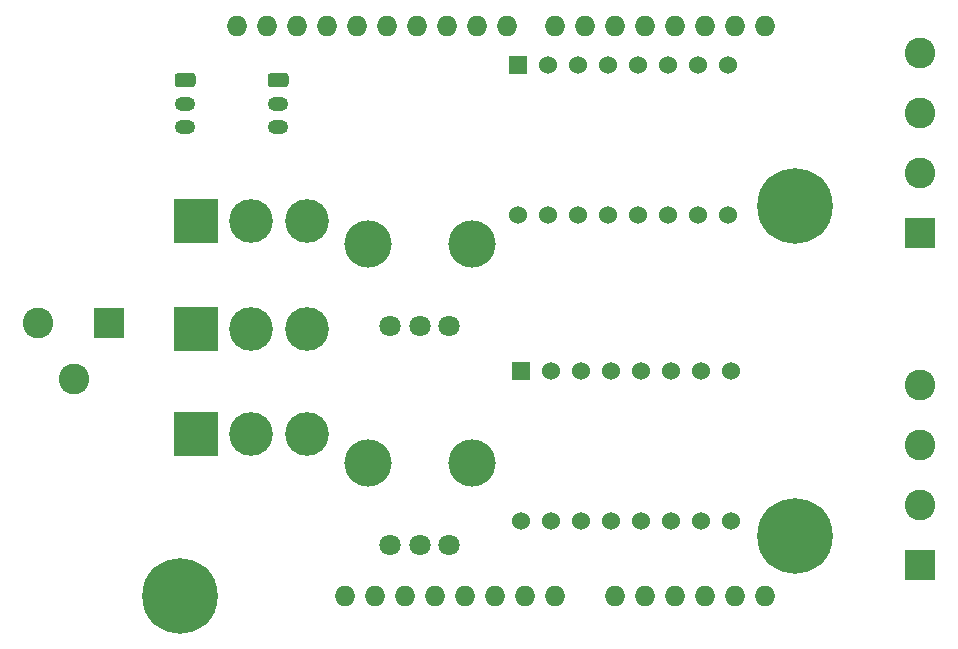
<source format=gbs>
G04 #@! TF.GenerationSoftware,KiCad,Pcbnew,5.1.9-73d0e3b20d~88~ubuntu18.04.1*
G04 #@! TF.CreationDate,2021-02-13T22:57:23-05:00*
G04 #@! TF.ProjectId,driver,64726976-6572-42e6-9b69-6361645f7063,v1.0.0*
G04 #@! TF.SameCoordinates,Original*
G04 #@! TF.FileFunction,Soldermask,Bot*
G04 #@! TF.FilePolarity,Negative*
%FSLAX46Y46*%
G04 Gerber Fmt 4.6, Leading zero omitted, Abs format (unit mm)*
G04 Created by KiCad (PCBNEW 5.1.9-73d0e3b20d~88~ubuntu18.04.1) date 2021-02-13 22:57:23*
%MOMM*%
%LPD*%
G01*
G04 APERTURE LIST*
%ADD10O,1.727200X1.727200*%
%ADD11C,3.200000*%
%ADD12R,1.524000X1.524000*%
%ADD13C,1.524000*%
%ADD14C,0.800000*%
%ADD15C,6.400000*%
%ADD16C,2.600000*%
%ADD17R,2.600000X2.600000*%
%ADD18O,1.750000X1.200000*%
%ADD19C,1.800000*%
%ADD20C,4.000000*%
%ADD21C,3.700000*%
%ADD22R,3.700000X3.700000*%
G04 APERTURE END LIST*
D10*
X171525000Y-125170000D03*
X168985000Y-125170000D03*
X166445000Y-125170000D03*
X163905000Y-125170000D03*
X161365000Y-125170000D03*
X135965000Y-125170000D03*
X142061000Y-76910000D03*
X139521000Y-76910000D03*
X136981000Y-76910000D03*
X131901000Y-76910000D03*
X129361000Y-76910000D03*
X126821000Y-76910000D03*
D11*
X121995000Y-125170000D03*
X174065000Y-92150000D03*
X174065000Y-120090000D03*
D10*
X144601000Y-76910000D03*
X147141000Y-76910000D03*
X149681000Y-76910000D03*
X134441000Y-76910000D03*
X153745000Y-76910000D03*
X156285000Y-76910000D03*
X158825000Y-76910000D03*
X161365000Y-76910000D03*
X163905000Y-76910000D03*
X166445000Y-76910000D03*
X168985000Y-76910000D03*
X171525000Y-76910000D03*
X138505000Y-125170000D03*
X141045000Y-125170000D03*
X143585000Y-125170000D03*
X146125000Y-125170000D03*
X148665000Y-125170000D03*
X151205000Y-125170000D03*
X153745000Y-125170000D03*
X158825000Y-125170000D03*
D12*
X150876000Y-106172000D03*
D13*
X153416000Y-106172000D03*
X155956000Y-106172000D03*
X158496000Y-106172000D03*
X161036000Y-106172000D03*
X163576000Y-106172000D03*
X166116000Y-106172000D03*
X168656000Y-106172000D03*
X168656000Y-118872000D03*
X166116000Y-118872000D03*
X163576000Y-118872000D03*
X161036000Y-118872000D03*
X158496000Y-118872000D03*
X155956000Y-118872000D03*
X153416000Y-118872000D03*
X150876000Y-118872000D03*
X150622000Y-92964000D03*
X153162000Y-92964000D03*
X155702000Y-92964000D03*
X158242000Y-92964000D03*
X160782000Y-92964000D03*
X163322000Y-92964000D03*
X165862000Y-92964000D03*
X168402000Y-92964000D03*
X168402000Y-80264000D03*
X165862000Y-80264000D03*
X163322000Y-80264000D03*
X160782000Y-80264000D03*
X158242000Y-80264000D03*
X155702000Y-80264000D03*
X153162000Y-80264000D03*
D12*
X150622000Y-80264000D03*
D10*
X158825000Y-125170000D03*
X153745000Y-125170000D03*
X151205000Y-125170000D03*
X148665000Y-125170000D03*
X146125000Y-125170000D03*
X143585000Y-125170000D03*
X141045000Y-125170000D03*
X138505000Y-125170000D03*
X171525000Y-76910000D03*
X168985000Y-76910000D03*
X166445000Y-76910000D03*
X163905000Y-76910000D03*
X161365000Y-76910000D03*
X158825000Y-76910000D03*
X156285000Y-76910000D03*
X153745000Y-76910000D03*
X134441000Y-76910000D03*
X149681000Y-76910000D03*
X147141000Y-76910000D03*
X144601000Y-76910000D03*
D11*
X174065000Y-120090000D03*
X174065000Y-92150000D03*
X121995000Y-125170000D03*
D10*
X126821000Y-76910000D03*
X129361000Y-76910000D03*
X131901000Y-76910000D03*
X136981000Y-76910000D03*
X139521000Y-76910000D03*
X142061000Y-76910000D03*
X135965000Y-125170000D03*
X161365000Y-125170000D03*
X163905000Y-125170000D03*
X166445000Y-125170000D03*
X168985000Y-125170000D03*
X171525000Y-125170000D03*
D14*
X175762056Y-90452944D03*
X174065000Y-89750000D03*
X172367944Y-90452944D03*
X171665000Y-92150000D03*
X172367944Y-93847056D03*
X174065000Y-94550000D03*
X175762056Y-93847056D03*
X176465000Y-92150000D03*
D15*
X174065000Y-92150000D03*
X121995000Y-125170000D03*
D14*
X124395000Y-125170000D03*
X123692056Y-126867056D03*
X121995000Y-127570000D03*
X120297944Y-126867056D03*
X119595000Y-125170000D03*
X120297944Y-123472944D03*
X121995000Y-122770000D03*
X123692056Y-123472944D03*
X175762056Y-118392944D03*
X174065000Y-117690000D03*
X172367944Y-118392944D03*
X171665000Y-120090000D03*
X172367944Y-121787056D03*
X174065000Y-122490000D03*
X175762056Y-121787056D03*
X176465000Y-120090000D03*
D15*
X174065000Y-120090000D03*
D16*
X184658000Y-79248000D03*
X184658000Y-84328000D03*
X184658000Y-89408000D03*
D17*
X184658000Y-94488000D03*
X184658000Y-122555000D03*
D16*
X184658000Y-117475000D03*
X184658000Y-112395000D03*
X184658000Y-107315000D03*
D18*
X122428000Y-85508600D03*
X122428000Y-83508600D03*
G36*
G01*
X121802999Y-80908600D02*
X123053001Y-80908600D01*
G75*
G02*
X123303000Y-81158599I0J-249999D01*
G01*
X123303000Y-81858601D01*
G75*
G02*
X123053001Y-82108600I-249999J0D01*
G01*
X121802999Y-82108600D01*
G75*
G02*
X121553000Y-81858601I0J249999D01*
G01*
X121553000Y-81158599D01*
G75*
G02*
X121802999Y-80908600I249999J0D01*
G01*
G37*
G36*
G01*
X129676999Y-80908600D02*
X130927001Y-80908600D01*
G75*
G02*
X131177000Y-81158599I0J-249999D01*
G01*
X131177000Y-81858601D01*
G75*
G02*
X130927001Y-82108600I-249999J0D01*
G01*
X129676999Y-82108600D01*
G75*
G02*
X129427000Y-81858601I0J249999D01*
G01*
X129427000Y-81158599D01*
G75*
G02*
X129676999Y-80908600I249999J0D01*
G01*
G37*
X130302000Y-83508600D03*
X130302000Y-85508600D03*
D17*
X115982000Y-102108000D03*
D16*
X109982000Y-102108000D03*
X112982000Y-106808000D03*
D19*
X139780000Y-120904000D03*
X142280000Y-120904000D03*
X144780000Y-120904000D03*
D20*
X137880000Y-113904000D03*
X146680000Y-113904000D03*
X146680000Y-95362000D03*
X137880000Y-95362000D03*
D19*
X144780000Y-102362000D03*
X142280000Y-102362000D03*
X139780000Y-102362000D03*
D21*
X128016000Y-111506000D03*
D22*
X123316000Y-111506000D03*
D21*
X132716000Y-111506000D03*
X132716000Y-102616000D03*
D22*
X123316000Y-102616000D03*
D21*
X128016000Y-102616000D03*
X128016000Y-93472000D03*
D22*
X123316000Y-93472000D03*
D21*
X132716000Y-93472000D03*
M02*

</source>
